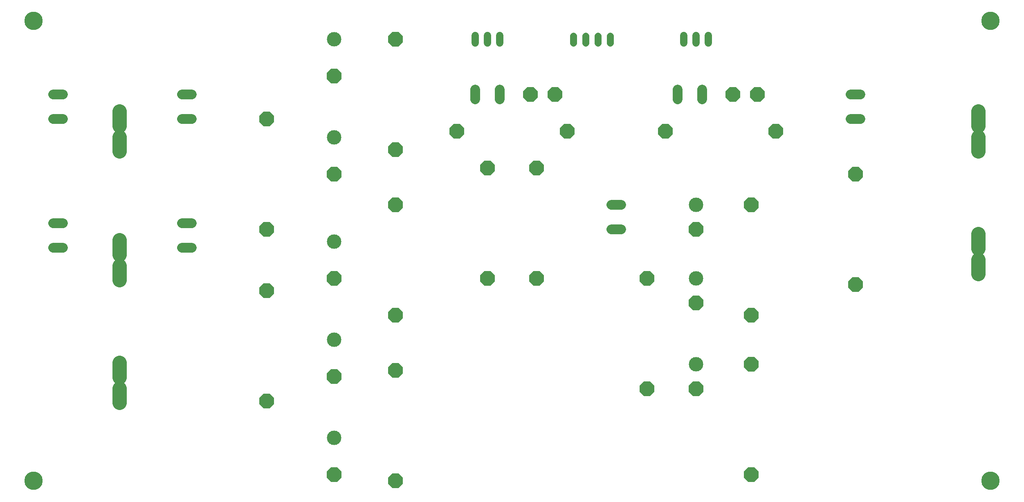
<source format=gtl>
G75*
%MOIN*%
%OFA0B0*%
%FSLAX24Y24*%
%IPPOS*%
%LPD*%
%AMOC8*
5,1,8,0,0,1.08239X$1,22.5*
%
%ADD10C,0.0787*%
%ADD11C,0.1181*%
%ADD12OC8,0.1181*%
%ADD13C,0.1181*%
%ADD14C,0.0594*%
%ADD15C,0.0560*%
%ADD16C,0.1500*%
D10*
X003286Y021716D02*
X004074Y021716D01*
X004074Y023716D02*
X003286Y023716D01*
X013786Y023716D02*
X014574Y023716D01*
X014574Y021716D02*
X013786Y021716D01*
X013786Y032216D02*
X014574Y032216D01*
X014574Y034216D02*
X013786Y034216D01*
X004074Y034216D02*
X003286Y034216D01*
X003286Y032216D02*
X004074Y032216D01*
X037680Y033822D02*
X037680Y034610D01*
X039680Y034610D02*
X039680Y033822D01*
X054180Y033822D02*
X054180Y034610D01*
X056180Y034610D02*
X056180Y033822D01*
X068286Y034216D02*
X069074Y034216D01*
X069074Y032216D02*
X068286Y032216D01*
X049574Y025216D02*
X048786Y025216D01*
X048786Y023216D02*
X049574Y023216D01*
D11*
X078680Y022850D02*
X078680Y021669D01*
X078680Y020763D02*
X078680Y019582D01*
X078680Y029582D02*
X078680Y030763D01*
X078680Y031669D02*
X078680Y032850D01*
X008680Y032850D02*
X008680Y031669D01*
X008680Y030763D02*
X008680Y029582D01*
X008680Y022350D02*
X008680Y021169D01*
X008680Y020263D02*
X008680Y019082D01*
X008680Y012350D02*
X008680Y011169D01*
X008680Y010263D02*
X008680Y009082D01*
D12*
X020680Y009216D03*
X026180Y011216D03*
X031180Y011716D03*
X031180Y016216D03*
X026180Y019216D03*
X020680Y018216D03*
X020680Y023216D03*
X026180Y027716D03*
X031180Y029716D03*
X036180Y031216D03*
X038680Y028216D03*
X042680Y028216D03*
X045180Y031216D03*
X044180Y034216D03*
X042180Y034216D03*
X031180Y038716D03*
X026180Y035716D03*
X020680Y032216D03*
X031180Y025216D03*
X038680Y019216D03*
X042680Y019216D03*
X051680Y019216D03*
X055680Y017216D03*
X060180Y016216D03*
X060180Y012216D03*
X055680Y010216D03*
X051680Y010216D03*
X060180Y003216D03*
X031180Y002716D03*
X026180Y003216D03*
X055680Y023216D03*
X060180Y025216D03*
X068680Y027716D03*
X062180Y031216D03*
X060680Y034216D03*
X058680Y034216D03*
X053180Y031216D03*
X068680Y018716D03*
D13*
X055680Y019216D03*
X055680Y025216D03*
X055680Y012216D03*
X026180Y014216D03*
X026180Y006216D03*
X026180Y022216D03*
X026180Y030716D03*
X026180Y038716D03*
D14*
X037680Y038419D02*
X037680Y039013D01*
X038680Y039013D02*
X038680Y038419D01*
X039680Y038419D02*
X039680Y039013D01*
X054680Y039013D02*
X054680Y038419D01*
X055680Y038419D02*
X055680Y039013D01*
X056680Y039013D02*
X056680Y038419D01*
D15*
X048680Y038436D02*
X048680Y038996D01*
X047680Y038996D02*
X047680Y038436D01*
X046680Y038436D02*
X046680Y038996D01*
X045680Y038996D02*
X045680Y038436D01*
D16*
X001680Y002716D03*
X001680Y040216D03*
X079680Y040216D03*
X079680Y002716D03*
M02*

</source>
